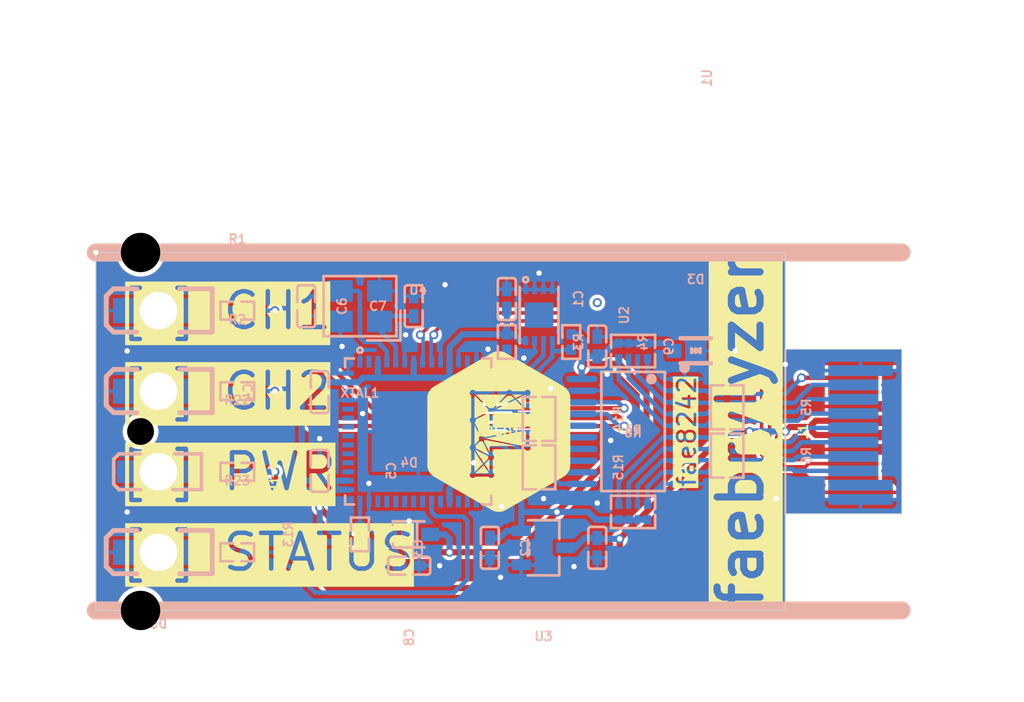
<source format=kicad_pcb>
(kicad_pcb (version 20240108) (generator "pcbnew") (generator_version "8.0")
  (layers (0 "F.Cu" signal) (1 "In1.Cu" signal) (2 "In2.Cu" signal) (31 "B.Cu" signal) (34 "B.Paste" user) (35 "F.Paste" user) (36 "B.SilkS" user "B.Silkscreen") (37 "F.SilkS" user "F.Silkscreen") (38 "B.Mask" user) (39 "F.Mask" user) (44 "Edge.Cuts" user))
  (net 0 "")
  (net 1 "gnd")
  (net 2 "3v3")
  (net 3 "scl")
  (net 4 "sda")
  (net 5 "vbus")
  (net 6 "buffer_out_5")
  (net 7 "buffer_out_6")
  (net 8 "buffer_out_7")
  (net 9 "buffer_in_3")
  (net 10 "buffer_in_4")
  (net 11 "buffer_out_4")
  (net 12 "buffer_in_0")
  (net 13 "buffer_out_3")
  (net 14 "buffer_in_5")
  (net 15 "buffer_out_2")
  (net 16 "buffer_in_7")
  (net 17 "buffer_out_0")
  (net 18 "buffer_in_2")
  (net 19 "buffer_in_6")
  (net 20 "buffer_in_1")
  (net 21 "buffer_out_1")
  (net 22 "mcu_logic_4")
  (net 23 "mcu_logic_0")
  (net 24 "mcu_logic_1")
  (net 25 "mcu_logic_2")
  (net 26 "mcu_logic_3")
  (net 27 "mcu_logic_5")
  (net 28 "mcu_logic_6")
  (net 29 "mcu_logic_7")
  (net 30 "ch_4")
  (net 31 "D2-2-R2-1")
  (net 32 "D5-2-R22-1")
  (net 33 "ch_3")
  (net 34 "ch_2")
  (net 35 "ch_1")
  (net 36 "ch_0")
  (net 37 "ch_5")
  (net 38 "ch_6")
  (net 39 "ch_7")
  (net 40 "U4-37")
  (net 41 "U4-29")
  (net 42 "U4-33")
  (net 43 "U4-1")
  (net 44 "U4-13")
  (net 45 "U4-54")
  (net 46 "U4-2")
  (net 47 "U4-35")
  (net 48 "U4-49")
  (net 49 "U4-36")
  (net 50 "U4-30")
  (net 51 "U4-38")
  (net 52 "U4-31")
  (net 53 "U4-47")
  (net 54 "U4-48")
  (net 55 "U4-50")
  (net 56 "U4-46")
  (net 57 "U4-39")
  (net 58 "U4-40")
  (net 59 "U4-52")
  (net 60 "U4-51")
  (net 61 "U4-45")
  (net 62 "usb_P")
  (net 63 "usb_N")
  (net 64 "J1-18")
  (net 65 "U2-9")
  (net 66 "C8-1-D4-2-R13-1-U4-42")
  (net 67 "D6-2-R23-1")
  (net 68 "R23-2-U4-34")
  (net 69 "C6-1-U4-5-XTAL1-1")
  (net 70 "D1-2-R1-1")
  (net 71 "C7-1-U4-4-XTAL1-3")
  (net 72 "J1-9")
  (footprint "custom:faebryk_logo" (layer "F.Cu") (at 22.5 10)
    (property "Reference" "LOGO1")
    (property "Value" "faebrykLogo" (hide yes))
  )
  (footprint "custom:MountingSlot" (layer "F.Cu") (at 0 10 90)
    (property "Reference" "H1")
    (property "Value" "MountingSlot")
  )
  (footprint "custom:SFP_Edge" (layer "F.Cu") (at 45 10 90)
    (property "Reference" "J1")
    (property "Value" "SFPEdgeConnector")
  )
  (footprint "lcsc:R0402" (layer "B.Cu") (at 7.9 12.25)
    (property "Reference" "R22")
    (property "Value" "1kΩ")
  )
  (footprint "lcsc:R0402" (layer "B.Cu") (at 7.9 3.25)
    (property "Reference" "R1")
    (property "Value" "200Ω")
  )
  (footprint "lcsc:SOD-323_L1.7-W1.3-LS2.5-BI" (layer "B.Cu") (at 33.5 5.5 180)
    (property "Reference" "D3")
    (property "Value" "TVS")
  )
  (footprint "lcsc:R0402" (layer "B.Cu") (at 26.55 5 90)
    (property "Reference" "R4")
    (property "Value" "3.3kΩ")
  )
  (footprint "lcsc:QFN-56_L8.0-W8.0-P0.50-BL-EP" (layer "B.Cu") (at 18 10)
    (property "Reference" "U4")
    (property "Value" "CBM9002A_56ILG")
  )
  (footprint "lcsc:C0402" (layer "B.Cu") (at 12.5 7.8 -90)
    (property "Reference" "C4")
    (property "Value" "2.2µF ±20% 6.3V X5R")
  )
  (footprint "lcsc:RES-ARRAY-SMD_0402-8P-L2.0-W1.0-BL" (layer "B.Cu") (at 35.25 8.65 90)
    (property "Reference" "R5")
    (property "Value" "ResistorArray")
  )
  (footprint "lcsc:C0402" (layer "B.Cu") (at 17.5 17.5)
    (property "Reference" "C8")
    (property "Value" "1µF 25V X5R")
  )
  (footprint "lcsc:R0402" (layer "B.Cu") (at 7.9 7.75)
    (property "Reference" "R2")
    (property "Value" "200Ω")
  )
  (footprint "lcsc:RES-ARRAY-SMD_0402-8P-L2.0-W1.0-BL" (layer "B.Cu") (at 24.75 12 90)
    (property "Reference" "R15")
    (property "Value" "ResistorArray")
  )
  (footprint "lcsc:C0402" (layer "B.Cu") (at 17.75 3 90)
    (property "Reference" "C6")
    (property "Value" "15pF 50V C0G")
  )
  (footprint "lcsc:C0402" (layer "B.Cu") (at 22 16.5 -90)
    (property "Reference" "C3")
    (property "Value" "2.2µF ±20% 6.3V X5R")
  )
  (footprint "lcsc:SOD-323_L1.8-W1.3-LS2.5-RD" (layer "B.Cu") (at 17.5 15.75 180)
    (property "Reference" "D4")
    (property "Value" "Diode")
  )
  (footprint "lcsc:SOT-23-3_L2.9-W1.6-P1.90-LS2.8-BR" (layer "B.Cu") (at 25 16.5 180)
    (property "Reference" "U3")
    (property "Value" "LDO 3.3V 250mA   Vin max 4.75V - 5.25V Iq ")
  )
  (footprint "lcsc:LED-SMD_L3.2-W1.3-RD_GREEN-MHT151UGCT" (layer "B.Cu") (at 3.5 3.25)
    (property "Reference" "D1")
    (property "Value" "3.05V")
  )
  (footprint "lcsc:LED-SMD_L3.2-W1.3-RD_GREEN-MHT151UGCT" (layer "B.Cu") (at 3.5 16.75)
    (property "Reference" "D6")
    (property "Value" "3.05V")
  )
  (footprint "lcsc:C0402" (layer "B.Cu") (at 11.75 3 -90)
    (property "Reference" "C7")
    (property "Value" "15pF 50V C0G")
  )
  (footprint "lcsc:R0402" (layer "B.Cu") (at 14.75 15.75 -90)
    (property "Reference" "R13")
    (property "Value" "3.3kΩ")
  )
  (footprint "lcsc:UDFN-8_L3.0-W2.0-P0.50-TL" (layer "B.Cu") (at 24.75 3.5 -90)
    (property "Reference" "U2")
    (property "Value" "EEPROM")
  )
  (footprint "lcsc:RES-ARRAY-SMD_0402-8P-L2.0-W1.0-BL" (layer "B.Cu") (at 35.25 11.35 90)
    (property "Reference" "R6")
    (property "Value" "ResistorArray")
  )
  (footprint "lcsc:R0402" (layer "B.Cu") (at 22.95 5 90)
    (property "Reference" "R3")
    (property "Value" "3.3kΩ")
  )
  (footprint "lcsc:C0402" (layer "B.Cu") (at 28 5.25 90)
    (property "Reference" "C9")
    (property "Value" "2.2µF ±20% 6.3V X5R")
  )
  (footprint "lcsc:RES-ARRAY-SMD_8P-L2.0-W1.0-BL_CN24XXXX" (layer "B.Cu") (at 30 5.5)
    (property "Reference" "R7")
    (property "Value" "ResistorArray")
  )
  (footprint "lcsc:RES-ARRAY-SMD_8P-L2.0-W1.0-BL_CN24XXXX" (layer "B.Cu") (at 30 14.5 180)
    (property "Reference" "R8")
    (property "Value" "ResistorArray")
  )
  (footprint "lcsc:LED-SMD_L3.2-W1.3-RD_GREEN-MHT151UGCT" (layer "B.Cu") (at 3.5 7.75)
    (property "Reference" "D2")
    (property "Value" "3.05V")
  )
  (footprint "lcsc:LED-SMD_L3.2-W1.3-RD_MHT151WDT" (layer "B.Cu") (at 3.5 12.25)
    (property "Reference" "D5")
    (property "Value" "3.15V")
  )
  (footprint "lcsc:CRYSTAL-SMD_4P-L3.2-W2.5-BL" (layer "B.Cu") (at 14.75 3 180)
    (property "Reference" "XTAL1")
    (property "Value" "Crystal")
  )
  (footprint "lcsc:C0402" (layer "B.Cu") (at 12.5 12.2 90)
    (property "Reference" "C5")
    (property "Value" "2.2µF ±20% 6.3V X5R")
  )
  (footprint "lcsc:TSSOP-20_L6.5-W4.4-P0.65-LS6.4-BL" (layer "B.Cu") (at 30 10 -90)
    (property "Reference" "U1")
    (property "Value" "SNx4LVC541A")
  )
  (footprint "lcsc:R0402" (layer "B.Cu") (at 7.9 16.75)
    (property "Reference" "R23")
    (property "Value" "200Ω")
  )
  (footprint "lcsc:RES-ARRAY-SMD_0402-8P-L2.0-W1.0-BL" (layer "B.Cu") (at 24.75 9.3 90)
    (property "Reference" "R14")
    (property "Value" "ResistorArray")
  )
  (footprint "lcsc:C0402" (layer "B.Cu") (at 28 16.5 -90)
    (property "Reference" "C2")
    (property "Value" "2.2µF ±20% 6.3V X5R")
  )
  (footprint "lcsc:C0402" (layer "B.Cu") (at 22.95 2.6 90)
    (property "Reference" "C1")
    (property "Value" "2.2µF ±20% 6.3V X5R")
  )
  (gr_line (start 0 20) (end 45 20) (stroke (width 1)) (layer "B.SilkS"))
  (gr_line (start 0 0) (end 45 0) (stroke (width 1)) (layer "B.SilkS"))
  (gr_line (start 0 20) (end 45 20) (stroke (width 1)) (layer "F.SilkS"))
  (gr_line (start 0 0) (end 45 0) (stroke (width 1)) (layer "F.SilkS"))
  (gr_line (start 38.5 0) (end 38.5 5.4) (stroke (width 0.05)) (layer "Edge.Cuts"))
  (gr_line (start 0 0) (end 38.5 0) (stroke (width 0.05)) (layer "Edge.Cuts"))
  (gr_line (start 38.5 14.6) (end 38.5 20) (stroke (width 0.05)) (layer "Edge.Cuts"))
  (gr_line (start 38.5 20) (end 0 20) (stroke (width 0.05)) (layer "Edge.Cuts"))
  (gr_line (start 45 5.4) (end 45 14.6) (stroke (width 0.05)) (layer "Edge.Cuts"))
  (gr_line (start 38.5 5.4) (end 45 5.4) (stroke (width 0.05)) (layer "Edge.Cuts"))
  (gr_line (start 0 20) (end 0 0) (stroke (width 0.05)) (layer "Edge.Cuts"))
  (gr_line (start 45 14.6) (end 38.5 14.6) (stroke (width 0.05)) (layer "Edge.Cuts"))
  (gr_text "[ ] CH2" (at 1.25 7.75 0) (layer "F.SilkS" knockout) (effects (font (size 2 2) (thickness 0.25)) (justify left)))
  (gr_text "fae8242" (at 33 10 90) (layer "F.SilkS" knockout) (effects (font (size 1 1))))
  (gr_text "[ ] STATUS" (at 1.25 16.75 0) (layer "F.SilkS" knockout) (effects (font (size 2 2) (thickness 0.25)) (justify left)))
  (gr_text "faebrylyzer" (at 36 10 90) (layer "F.SilkS" knockout) (effects (font (size 2.4 2.4) (thickness 0.4))))
  (gr_text "[ ] PWR" (at 1.25 12.25 0) (layer "F.SilkS" knockout) (effects (font (size 2 2) (thickness 0.25)) (justify left)))
  (gr_text "[ ] CH1" (at 1.25 3.25 0) (layer "F.SilkS" knockout) (effects (font (size 2 2) (thickness 0.25)) (justify left)))
  (via (at 28 2.8) (size 0.5) (drill 0.3) (layers "F.Cu" "B.Cu") (net 0))
  (via (at 14.9 9) (size 0.5) (drill 0.3) (layers "F.Cu" "B.Cu") (net 1))
  (via (at 22.65 14.2) (size 0.5) (drill 0.3) (layers "F.Cu" "B.Cu") (net 1))
  (via (at 15.25 12.9) (size 0.5) (drill 0.3) (layers "F.Cu" "B.Cu") (net 1))
  (via (at 13.75 5.25) (size 0.5) (drill 0.3) (layers "F.Cu" "B.Cu") (net 1))
  (via (at 23.9 5.9) (size 0.5) (drill 0.3) (layers "F.Cu" "B.Cu") (net 1))
  (via (at 1.75 14.5) (size 0.5) (drill 0.3) (layers "F.Cu" "B.Cu") (net 1))
  (via (at 28 14) (size 0.5) (drill 0.3) (layers "F.Cu" "B.Cu") (net 1))
  (via (at 19.2 17.5) (size 0.5) (drill 0.3) (layers "F.Cu" "B.Cu") (net 1))
  (via (at 35.7 5.5) (size 0.5) (drill 0.3) (layers "F.Cu" "B.Cu") (net 1))
  (via (at 24.75 1.15) (size 0.5) (drill 0.3) (layers "F.Cu" "B.Cu") (net 1))
  (via (at 28.75 10.5) (size 0.5) (drill 0.3) (layers "F.Cu" "B.Cu") (net 1))
  (via (at 38 13.75) (size 0.5) (drill 0.3) (layers "F.Cu" "B.Cu") (net 1))
  (via (at 25.4 7.6) (size 0.5) (drill 0.3) (layers "F.Cu" "B.Cu") (net 1))
  (via (at 28.55 6.8) (size 0.5) (drill 0.3) (layers "F.Cu" "B.Cu") (net 1))
  (via (at 25 13.75) (size 0.5) (drill 0.3) (layers "F.Cu" "B.Cu") (net 1))
  (via (at 0 0) (size 0.3) (drill 0) (layers "F.Cu" "B.Cu") (net 1))
  (via (at 19.5 1.8) (size 0.5) (drill 0.3) (layers "F.Cu" "B.Cu") (net 1))
  (via (at 21.1 11.75) (size 0.5) (drill 0.3) (layers "F.Cu" "B.Cu") (net 1))
  (via (at 38.5 6.25) (size 0.5) (drill 0.3) (layers "F.Cu" "B.Cu") (net 1))
  (via (at 17.3 4.6) (size 0.5) (drill 0.3) (layers "F.Cu" "B.Cu") (net 1))
  (via (at 21.9 5.4) (size 0.5) (drill 0.3) (layers "F.Cu" "B.Cu") (net 1))
  (via (at 22.6 18.15) (size 0.5) (drill 0.3) (layers "F.Cu" "B.Cu") (net 1))
  (via (at 17.5 15) (size 0.5) (drill 0.3) (layers "F.Cu" "B.Cu") (net 1))
  (via (at 12.5 10.4) (size 0.5) (drill 0.3) (layers "F.Cu" "B.Cu") (net 1))
  (via (at 26.7 17.55) (size 0.5) (drill 0.3) (layers "F.Cu" "B.Cu") (net 1))
  (via (at 1.75 5.5) (size 0.5) (drill 0.3) (layers "F.Cu" "B.Cu") (net 1))
  (segment (start 23.5 16.75) (end 25.75 14.5) (width 0.35) (layer "F.Cu") (net 2))
  (segment (start 29.225 6.225) (end 27.305 6.225) (width 0.35) (layer "F.Cu") (net 2))
  (segment (start 19.75 16.75) (end 23.5 16.75) (width 0.35) (layer "F.Cu") (net 2))
  (segment (start 19.75 16.75) (end 15 16.75) (width 0.35) (layer "F.Cu") (net 2))
  (segment (start 25.75 14.5) (end 28.75 11.5) (width 0.35) (layer "F.Cu") (net 2))
  (segment (start 15 16.75) (end 12.5 14.25) (width 0.35) (layer "F.Cu") (net 2))
  (segment (start 30.75 10) (end 30.75 7.75) (width 0.35) (layer "F.Cu") (net 2))
  (segment (start 27.305 6.225) (end 27.13 6.4) (width 0.35) (layer "F.Cu") (net 2))
  (segment (start 29.25 11.5) (end 30.75 10) (width 0.35) (layer "F.Cu") (net 2))
  (segment (start 28.75 11.5) (end 29.25 11.5) (width 0.35) (layer "F.Cu") (net 2))
  (segment (start 30.75 7.75) (end 29.225 6.225) (width 0.35) (layer "F.Cu") (net 2))
  (via (at 25.75 14.5) (size 0.5) (drill 0.3) (layers "F.Cu" "B.Cu") (net 2))
  (via (at 19.75 16.75) (size 0.5) (drill 0.3) (layers "F.Cu" "B.Cu") (net 2))
  (via (at 27.13 6.4) (size 0.5) (drill 0.3) (layers "F.Cu" "B.Cu") (net 2))
  (via (at 12.5 14.25) (size 0.5) (drill 0.3) (layers "F.Cu" "B.Cu") (net 2))
  (segment (start 19.75 16) (end 19.75 16.75) (width 0.35) (layer "B.Cu") (net 2))
  (segment (start 22.53 12.75) (end 23.76 13.98) (width 0.35) (layer "B.Cu") (net 2))
  (segment (start 27.13 7.07) (end 27.13 6.4) (width 0.35) (layer "B.Cu") (net 2))
  (segment (start 22.55 15.95) (end 22.95 15.55) (width 0.35) (layer "B.Cu") (net 2))
  (segment (start 13.4 12.75) (end 14.09 12.75) (width 0.35) (layer "B.Cu") (net 2))
  (segment (start 27.3 5.72) (end 27.38 5.8) (width 0.35) (layer "B.Cu") (net 2))
  (segment (start 11.75 12.75) (end 12.5 12.75) (width 0.35) (layer "B.Cu") (net 2))
  (segment (start 27.5 14.5) (end 25.75 14.5) (width 0.35) (layer "B.Cu") (net 2))
  (segment (start 28 5.8) (end 28.225 5.8) (width 0.35) (layer "B.Cu") (net 2))
  (segment (start 22.95 3.15) (end 22.95 4.57) (width 0.35) (layer "B.Cu") (net 2))
  (segment (start 12.5 12.75) (end 13.4 12.75) (width 0.35) (layer "B.Cu") (net 2))
  (segment (start 21.91 12.75) (end 22.53 12.75) (width 0.35) (layer "B.Cu") (net 2))
  (segment (start 14.09 7.25) (end 14.65 7.25) (width 0.35) (layer "B.Cu") (net 2))
  (segment (start 19.75 13.91) (end 19.75 13.2) (width 0.35) (layer "B.Cu") (net 2))
  (segment (start 22 15.95) (end 22.55 15.95) (width 0.35) (layer "B.Cu") (net 2))
  (segment (start 27.93 14.93) (end 27.5 14.5) (width 0.35) (layer "B.Cu") (net 2))
  (segment (start 14.75 16.18) (end 12.93 16.18) (width 0.35) (layer "B.Cu") (net 2))
  (segment (start 23.68 4.93) (end 24 4.93) (width 0.35) (layer "B.Cu") (net 2))
  (segment (start 27.38 5.8) (end 28 5.8) (width 0.35) (layer "B.Cu") (net 2))
  (segment (start 19.75 7) (end 21.05 7) (width 0.35) (layer "B.Cu") (net 2))
  (segment (start 27.13 6.05) (end 27.38 5.8) (width 0.35) (layer "B.Cu") (net 2))
  (segment (start 27.13 6.4) (end 27.13 6.05) (width 0.35) (layer "B.Cu") (net 2))
  (segment (start 13.35 13.25) (end 13.35 12.8) (width 0.35) (layer "B.Cu") (net 2))
  (segment (start 23.32 4.57) (end 23.68 4.93) (width 0.35) (layer "B.Cu") (net 2))
  (segment (start 11.5 7.5) (end 11.5 12.5) (width 0.35) (layer "B.Cu") (net 2))
  (segment (start 23.76 14.65) (end 23.76 15.55) (width 0.35) (layer "B.Cu") (net 2))
  (segment (start 26.895 4.57) (end 27.3 4.975) (width 0.35) (layer "B.Cu") (net 2))
  (segment (start 15.75 7) (end 14.9 7) (width 0.35) (layer "B.Cu") (net 2))
  (segment (start 19.75 6.09) (end 19.75 5.3) (width 0.35) (layer "B.Cu") (net 2))
  (segment (start 26.55 4.57) (end 26.895 4.57) (width 0.35) (layer "B.Cu") (net 2))
  (segment (start 17.75 7) (end 15.75 7) (width 0.35) (layer "B.Cu") (net 2))
  (segment (start 31.87 5.07) (end 29.2 5.07) (width 0.35) (layer "B.Cu") (net 2))
  (segment (start 19.75 13.2) (end 20.2 12.75) (width 0.35) (layer "B.Cu") (net 2))
  (segment (start 22.95 4.57) (end 23.32 4.57) (width 0.35) (layer "B.Cu") (net 2))
  (segment (start 13.35 12.8) (end 13.4 12.75) (width 0.35) (layer "B.Cu") (net 2))
  (segment (start 23.76 14.5) (end 23.76 14.65) (width 0.35) (layer "B.Cu") (net 2))
  (segment (start 28.955 5.07) (end 29.2 5.07) (width 0.35) (layer "B.Cu") (net 2))
  (segment (start 19.5 15.75) (end 19.75 16) (width 0.35) (layer "B.Cu") (net 2))
  (segment (start 14.65 7.25) (end 14.9 7) (width 0.35) (layer "B.Cu") (net 2))
  (segment (start 12.5 7.25) (end 11.75 7.25) (width 0.35) (layer "B.Cu") (net 2))
  (segment (start 12.5 7.25) (end 14.09 7.25) (width 0.35) (layer "B.Cu") (net 2))
  (segment (start 12.93 16.18) (end 12.5 15.75) (width 0.35) (layer "B.Cu") (net 2))
  (segment (start 12.5 15.75) (end 12.5 14.25) (width 0.35) (layer "B.Cu") (net 2))
  (segment (start 19.75 7) (end 19.75 6.09) (width 0.35) (layer "B.Cu") (net 2))
  (segment (start 18.67 15.75) (end 19.5 15.75) (width 0.35) (layer "B.Cu") (net 2))
  (segment (start 21.05 7.75) (end 21.91 7.75) (width 0.35) (layer "B.Cu") (net 2))
  (segment (start 29.2 14.93) (end 27.93 14.93) (width 0.35) (layer "B.Cu") (net 2))
  (segment (start 20.48 4.57) (end 22.95 4.57) (width 0.35) (layer "B.Cu") (net 2))
  (segment (start 27.3 4.975) (end 27.3 5.72) (width 0.35) (layer "B.Cu") (net 2))
  (segment (start 12.5 14.25) (end 12.5 12.75) (width 0.35) (layer "B.Cu") (net 2))
  (segment (start 19.75 5.3) (end 20.48 4.57) (width 0.35) (layer "B.Cu") (net 2))
  (segment (start 11.75 7.25) (end 11.5 7.5) (width 0.35) (layer "B.Cu") (net 2))
  (segment (start 14.09 13.25) (end 13.35 13.25) (width 0.35) (layer "B.Cu") (net 2))
  (segment (start 28.225 5.8) (end 28.955 5.07) (width 0.35) (layer "B.Cu") (net 2))
  (segment (start 20.2 12.75) (end 21.91 12.75) (width 0.35) (layer "B.Cu") (net 2))
  (segment (start 29.2 14.93) (end 30.8 14.93) (width 0.35) (layer "B.Cu") (net 2))
  (segment (start 22.95 15.55) (end 23.76 15.55) (width 0.35) (layer "B.Cu") (net 2))
  (segment (start 25.75 14.5) (end 23.76 14.5) (width 0.35) (layer "B.Cu") (net 2))
  (segment (start 17.75 6.09) (end 17.75 7) (width 0.35) (layer "B.Cu") (net 2))
  (segment (start 23.76 13.98) (end 23.76 14.5) (width 0.35) (layer "B.Cu") (net 2))
  (segment (start 32.3 5.5) (end 31.87 5.07) (width 0.35) (layer "B.Cu") (net 2))
  (segment (start 11.5 12.5) (end 11.75 12.75) (width 0.35) (layer "B.Cu") (net 2))
  (segment (start 15.75 6.09) (end 15.75 7) (width 0.35) (layer "B.Cu") (net 2))
  (segment (start 17.75 7) (end 19.75 7) (width 0.35) (layer "B.Cu") (net 2))
  (segment (start 21.05 7) (end 21.05 7.75) (width 0.35) (layer "B.Cu") (net 2))
  (segment (start 24 6.75) (end 25 5.75) (width 0.25) (layer "B.Cu") (net 3))
  (segment (start 23 6.75) (end 24 6.75) (width 0.25) (layer "B.Cu") (net 3))
  (segment (start 21.91 6.75) (end 23 6.75) (width 0.25) (layer "B.Cu") (net 3))
  (segment (start 22.95 5.43) (end 22.95 6.7) (width 0.25) (layer "B.Cu") (net 3))
  (segment (start 25 5.75) (end 25 4.93) (width 0.25) (layer "B.Cu") (net 3))
  (segment (start 22.95 6.7) (end 23 6.75) (width 0.25) (layer "B.Cu") (net 3))
  (segment (start 26.55 5.43) (end 26.07 5.43) (width 0.25) (layer "B.Cu") (net 4))
  (segment (start 26.07 5.43) (end 26 5.5) (width 0.25) (layer "B.Cu") (net 4))
  (segment (start 25.5 5.815686) (end 24.065686 7.25) (width 0.25) (layer "B.Cu") (net 4))
  (segment (start 25.5 4.93) (end 25.5 5.43) (width 0.25) (layer "B.Cu") (net 4))
  (segment (start 25.5 5.43) (end 25.5 5.5) (width 0.25) (layer "B.Cu") (net 4))
  (segment (start 26 5.5) (end 25.5 5.5) (width 0.25) (layer "B.Cu") (net 4))
  (segment (start 25.5 5.5) (end 25.5 5.815686) (width 0.25) (layer "B.Cu") (net 4))
  (segment (start 24.065686 7.25) (end 21.91 7.25) (width 0.25) (layer "B.Cu") (net 4))
  (segment (start 29.25 17.5) (end 29.25 16) (width 0.35) (layer "F.Cu") (net 5))
  (segment (start 12.5 18.25) (end 13 18.75) (width 0.35) (layer "F.Cu") (net 5))
  (segment (start 24.75 18.75) (end 28 18.75) (width 0.35) (layer "F.Cu") (net 5))
  (segment (start 40.2 10.2) (end 40 10) (width 0.35) (layer "F.Cu") (net 5))
  (segment (start 40 9.6) (end 40.2 9.4) (width 0.35) (layer "F.Cu") (net 5))
  (segment (start 28 18.75) (end 28.25 18.5) (width 0.35) (layer "F.Cu") (net 5))
  (segment (start 10 15.75) (end 12.5 18.25) (width 0.35) (layer "F.Cu") (net 5))
  (segment (start 28.25 18.5) (end 29.25 17.5) (width 0.35) (layer "F.Cu") (net 5))
  (segment (start 40.2 9.4) (end 40.9 9.4) (width 0.35) (layer "F.Cu") (net 5))
  (segment (start 10 12.25) (end 10 15.75) (width 0.35) (layer "F.Cu") (net 5))
  (segment (start 13 18.75) (end 24.75 18.75) (width 0.35) (layer "F.Cu") (net 5))
  (segment (start 40 9.75) (end 40 9.6) (width 0.35) (layer "F.Cu") (net 5))
  (segment (start 38.75 9.75) (end 40 9.75) (width 0.35) (layer "F.Cu") (net 5))
  (segment (start 36.5 10) (end 35.25 10) (width 0.35) (layer "F.Cu") (net 5))
  (segment (start 40 10) (end 40 9.75) (width 0.35) (layer "F.Cu") (net 5))
  (segment (start 38.5 10) (end 38.75 9.75) (width 0.35) (layer "F.Cu") (net 5))
  (segment (start 40.9 10.2) (end 40.2 10.2) (width 0.35) (layer "F.Cu") (net 5))
  (segment (start 35.25 10) (end 29.25 16) (width 0.35) (layer "F.Cu") (net 5))
  (via (at 38.5 10) (size 0.5) (drill 0.3) (layers "F.Cu" "B.Cu") (net 5))
  (via (at 10 12.25) (size 0.5) (drill 0.3) (layers "F.Cu" "B.Cu") (net 5))
  (via (at 36.5 10) (size 0.5) (drill 0.3) (layers "F.Cu" "B.Cu") (net 5))
  (via (at 29.25 16) (size 0.5) (drill 0.3) (layers "F.Cu" "B.Cu") (net 5))
  (segment (start 27.3 15.95) (end 28 15.95) (width 0.35) (layer "B.Cu") (net 5))
  (segment (start 38.5 10) (end 36.5 10) (width 0.35) (layer "B.Cu") (net 5))
  (segment (start 8.33 12.25) (end 10 12.25) (width 0.35) (layer "B.Cu") (net 5))
  (segment (start 28.05 16) (end 28 15.95) (width 0.35) (layer "B.Cu") (net 5))
  (segment (start 29.25 16) (end 28.05 16) (width 0.35) (layer "B.Cu") (net 5))
  (segment (start 26.75 16.5) (end 27.3 15.95) (width 0.35) (layer "B.Cu") (net 5))
  (segment (start 26.24 16.5) (end 26.75 16.5) (width 0.35) (layer "B.Cu") (net 5))
  (segment (start 25.18 11.75) (end 25.75 11.75) (width 0.25) (layer "B.Cu") (net 6))
  (segment (start 25.87 11.63) (end 27.13 11.63) (width 0.25) (layer "B.Cu") (net 6))
  (segment (start 25.75 11.75) (end 25.87 11.63) (width 0.25) (layer "B.Cu") (net 6))
  (segment (start 27.1 12.25) (end 25.18 12.25) (width 0.25) (layer "B.Cu") (net 7))
  (segment (start 27.13 12.28) (end 27.1 12.25) (width 0.25) (layer "B.Cu") (net 7))
  (segment (start 25.75 12.75) (end 25.93 12.93) (width 0.25) (layer "B.Cu") (net 8))
  (segment (start 25.93 12.93) (end 27.13 12.93) (width 0.25) (layer "B.Cu") (net 8))
  (segment (start 25.18 12.75) (end 25.75 12.75) (width 0.25) (layer "B.Cu") (net 8))
  (segment (start 31.770812 9.68) (end 29.2 7.109188) (width 0.25) (layer "B.Cu") (net 9))
  (segment (start 34.056396 9.68) (end 32.87 9.68) (width 0.25) (layer "B.Cu") (net 9))
  (segment (start 29.2 7.109188) (end 29.2 5.93) (width 0.25) (layer "B.Cu") (net 9))
  (segment (start 34.82 9.4) (end 34.336396 9.4) (width 0.25) (layer "B.Cu") (net 9))
  (segment (start 32.87 9.68) (end 31.770812 9.68) (width 0.25) (layer "B.Cu") (net 9))
  (segment (start 34.336396 9.4) (end 34.056396 9.68) (width 0.25) (layer "B.Cu") (net 9))
  (segment (start 31.660812 10.33) (end 32.87 10.33) (width 0.25) (layer "B.Cu") (net 10))
  (segment (start 29.2 12.790812) (end 31.660812 10.33) (width 0.25) (layer "B.Cu") (net 10))
  (segment (start 29.2 14.07) (end 29.2 12.790812) (width 0.25) (layer "B.Cu") (net 10))
  (segment (start 34.166396 10.33) (end 32.87 10.33) (width 0.25) (layer "B.Cu") (net 10))
  (segment (start 34.82 10.6) (end 34.436396 10.6) (width 0.25) (layer "B.Cu") (net 10))
  (segment (start 34.436396 10.6) (end 34.166396 10.33) (width 0.25) (layer "B.Cu") (net 10))
  (segment (start 25.613604 11.25) (end 25.883604 10.98) (width 0.25) (layer "B.Cu") (net 11))
  (segment (start 25.18 11.25) (end 25.613604 11.25) (width 0.25) (layer "B.Cu") (net 11))
  (segment (start 25.883604 10.98) (end 27.13 10.98) (width 0.25) (layer "B.Cu") (net 11))
  (segment (start 31.72 7.72) (end 30.8 6.8) (width 0.25) (layer "B.Cu") (net 12))
  (segment (start 32.87 7.72) (end 31.72 7.72) (width 0.25) (layer "B.Cu") (net 12))
  (segment (start 34.3 7.9) (end 34.12 7.72) (width 0.25) (layer "B.Cu") (net 12))
  (segment (start 34.82 7.9) (end 34.3 7.9) (width 0.25) (layer "B.Cu") (net 12))
  (segment (start 30.8 6.8) (end 30.8 5.93) (width 0.25) (layer "B.Cu") (net 12))
  (segment (start 34.12 7.72) (end 32.87 7.72) (width 0.25) (layer "B.Cu") (net 12))
  (segment (start 25.18 10.05) (end 25.713604 10.05) (width 0.25) (layer "B.Cu") (net 13))
  (segment (start 25.713604 10.05) (end 25.993604 10.33) (width 0.25) (layer "B.Cu") (net 13))
  (segment (start 25.993604 10.33) (end 27.13 10.33) (width 0.25) (layer "B.Cu") (net 13))
  (segment (start 32.87 10.98) (end 31.647208 10.98) (width 0.25) (layer "B.Cu") (net 14))
  (segment (start 31.647208 10.98) (end 29.75 12.877208) (width 0.25) (layer "B.Cu") (net 14))
  (segment (start 34.3 11.1) (end 34.18 10.98) (width 0.25) (layer "B.Cu") (net 14))
  (segment (start 34.82 11.1) (end 34.3 11.1) (width 0.25) (layer "B.Cu") (net 14))
  (segment (start 34.18 10.98) (end 32.87 10.98) (width 0.25) (layer "B.Cu") (net 14))
  (segment (start 29.75 12.877208) (end 29.75 14.07) (width 0.25) (layer "B.Cu") (net 14))
  (segment (start 25.18 9.55) (end 25.85 9.55) (width 0.25) (layer "B.Cu") (net 15))
  (segment (start 25.98 9.68) (end 27.13 9.68) (width 0.25) (layer "B.Cu") (net 15))
  (segment (start 25.85 9.55) (end 25.98 9.68) (width 0.25) (layer "B.Cu") (net 15))
  (segment (start 30.8 13.1) (end 30.8 14.07) (width 0.25) (layer "B.Cu") (net 16))
  (segment (start 31.62 12.28) (end 30.8 13.1) (width 0.25) (layer "B.Cu") (net 16))
  (segment (start 34.3 12.1) (end 34.12 12.28) (width 0.25) (layer "B.Cu") (net 16))
  (segment (start 34.82 12.1) (end 34.3 12.1) (width 0.25) (layer "B.Cu") (net 16))
  (segment (start 34.12 12.28) (end 32.87 12.28) (width 0.25) (layer "B.Cu") (net 16))
  (segment (start 32.87 12.28) (end 31.62 12.28) (width 0.25) (layer "B.Cu") (net 16))
  (segment (start 15.45 8.7) (end 10 3.25) (width 0.25) (layer "F.Cu") (net 17))
  (segment (start 29.5 8.7) (end 15.45 8.7) (width 0.25) (layer "F.Cu") (net 17))
  (via (at 10 3.25) (size 0.5) (drill 0.3) (layers "F.Cu" "B.Cu") (net 17))
  (via (at 29.5 8.7) (size 0.5) (drill 0.3) (layers "F.Cu" "B.Cu") (net 17))
  (segment (start 25.95 8.55) (end 25.18 8.55) (width 0.25) (layer "B.Cu") (net 17))
  (segment (start 26.13 8.37) (end 25.95 8.55) (width 0.25) (layer "B.Cu") (net 17))
  (segment (start 27.13 8.37) (end 26.13 8.37) (width 0.25) (layer "B.Cu") (net 17))
  (segment (start 27.13 8.37) (end 29.17 8.37) (width 0.25) (layer "B.Cu") (net 17))
  (segment (start 29.17 8.37) (end 29.5 8.7) (width 0.25) (layer "B.Cu") (net 17))
  (segment (start 8.33 3.25) (end 10 3.25) (width 0.25) (layer "B.Cu") (net 17))
  (segment (start 34.08 9.02) (end 32.87 9.02) (width 0.25) (layer "B.Cu") (net 18))
  (segment (start 34.82 8.9) (end 34.2 8.9) (width 0.25) (layer "B.Cu") (net 18))
  (segment (start 29.75 7.022792) (end 29.75 5.93) (width 0.25) (layer "B.Cu") (net 18))
  (segment (start 32.87 9.02) (end 31.747208 9.02) (width 0.25) (layer "B.Cu") (net 18))
  (segment (start 34.2 8.9) (end 34.08 9.02) (width 0.25) (layer "B.Cu") (net 18))
  (segment (start 31.747208 9.02) (end 29.75 7.022792) (width 0.25) (layer "B.Cu") (net 18))
  (segment (start 31.633604 11.63) (end 32.87 11.63) (width 0.25) (layer "B.Cu") (net 19))
  (segment (start 34.82 11.6) (end 32.9 11.6) (width 0.25) (layer "B.Cu") (net 19))
  (segment (start 32.9 11.6) (end 32.87 11.63) (width 0.25) (layer "B.Cu") (net 19))
  (segment (start 30.25 13.013604) (end 31.633604 11.63) (width 0.25) (layer "B.Cu") (net 19))
  (segment (start 30.25 14.07) (end 30.25 13.013604) (width 0.25) (layer "B.Cu") (net 19))
  (segment (start 31.733604 8.37) (end 32.87 8.37) (width 0.25) (layer "B.Cu") (net 20))
  (segment (start 32.9 8.4) (end 32.87 8.37) (width 0.25) (layer "B.Cu") (net 20))
  (segment (start 34.82 8.4) (end 32.9 8.4) (width 0.25) (layer "B.Cu") (net 20))
  (segment (start 30.25 6.886396) (end 31.733604 8.37) (width 0.25) (layer "B.Cu") (net 20))
  (segment (start 30.25 5.93) (end 30.25 6.886396) (width 0.25) (layer "B.Cu") (net 20))
  (segment (start 29.5 9.7) (end 11.95 9.7) (width 0.25) (layer "F.Cu") (net 21))
  (segment (start 11.95 9.7) (end 10 7.75) (width 0.25) (layer "F.Cu") (net 21))
  (via (at 29.5 9.7) (size 0.5) (drill 0.3) (layers "F.Cu" "B.Cu") (net 21))
  (via (at 10 7.75) (size 0.5) (drill 0.3) (layers "F.Cu" "B.Cu") (net 21))
  (segment (start 29.2 9.7) (end 29.5 9.7) (width 0.25) (layer "B.Cu") (net 21))
  (segment (start 8.33 7.75) (end 10 7.75) (width 0.25) (layer "B.Cu") (net 21))
  (segment (start 28.52 9.02) (end 28.8 9.3) (width 0.25) (layer "B.Cu") (net 21))
  (segment (start 27.13 9.02) (end 28.52 9.02) (width 0.25) (layer "B.Cu") (net 21))
  (segment (start 28.8 9.3) (end 29.2 9.7) (width 0.25) (layer "B.Cu") (net 21))
  (segment (start 27.1 9.05) (end 27.13 9.02) (width 0.25) (layer "B.Cu") (net 21))
  (segment (start 25.18 9.05) (end 27.1 9.05) (width 0.25) (layer "B.Cu") (net 21))
  (segment (start 24.32 11.25) (end 23.859188 11.25) (width 0.25) (layer "B.Cu") (net 22))
  (segment (start 22.859188 10.25) (end 21.91 10.25) (width 0.25) (layer "B.Cu") (net 22))
  (segment (start 23.859188 11.25) (end 22.859188 10.25) (width 0.25) (layer "B.Cu") (net 22))
  (segment (start 23.404772 8.25) (end 21.91 8.25) (width 0.25) (layer "B.Cu") (net 23))
  (segment (start 23.704772 8.55) (end 23.404772 8.25) (width 0.25) (layer "B.Cu") (net 23))
  (segment (start 24.32 8.55) (end 23.704772 8.55) (width 0.25) (layer "B.Cu") (net 23))
  (segment (start 23.268376 8.75) (end 21.91 8.75) (width 0.25) (layer "B.Cu") (net 24))
  (segment (start 23.568376 9.05) (end 23.268376 8.75) (width 0.25) (layer "B.Cu") (net 24))
  (segment (start 24.32 9.05) (end 23.568376 9.05) (width 0.25) (layer "B.Cu") (net 24))
  (segment (start 23.43198 9.55) (end 23.13198 9.25) (width 0.25) (layer "B.Cu") (net 25))
  (segment (start 23.13198 9.25) (end 21.91 9.25) (width 0.25) (layer "B.Cu") (net 25))
  (segment (start 24.32 9.55) (end 23.43198 9.55) (width 0.25) (layer "B.Cu") (net 25))
  (segment (start 24.32 10.05) (end 23.295584 10.05) (width 0.25) (layer "B.Cu") (net 26))
  (segment (start 23.295584 10.05) (end 22.995584 9.75) (width 0.25) (layer "B.Cu") (net 26))
  (segment (start 22.995584 9.75) (end 21.91 9.75) (width 0.25) (layer "B.Cu") (net 26))
  (segment (start 22.722792 10.75) (end 21.91 10.75) (width 0.25) (layer "B.Cu") (net 27))
  (segment (start 24.32 11.75) (end 23.722792 11.75) (width 0.25) (layer "B.Cu") (net 27))
  (segment (start 23.722792 11.75) (end 22.722792 10.75) (width 0.25) (layer "B.Cu") (net 27))
  (segment (start 24.32 12.25) (end 23.586396 12.25) (width 0.25) (layer "B.Cu") (net 28))
  (segment (start 23.586396 12.25) (end 22.586396 11.25) (width 0.25) (layer "B.Cu") (net 28))
  (segment (start 22.586396 11.25) (end 21.91 11.25) (width 0.25) (layer "B.Cu") (net 28))
  (segment (start 22.45 11.75) (end 21.91 11.75) (width 0.25) (layer "B.Cu") (net 29))
  (segment (start 24.32 12.75) (end 23.45 12.75) (width 0.25) (layer "B.Cu") (net 29))
  (segment (start 23.45 12.75) (end 22.45 11.75) (width 0.25) (layer "B.Cu") (net 29))
  (segment (start 39.6 9.8) (end 40.9 9.8) (width 0.25) (layer "B.Cu") (net 30))
  (segment (start 35.68 10.6) (end 38.8 10.6) (width 0.25) (layer "B.Cu") (net 30))
  (segment (start 38.8 10.6) (end 39.6 9.8) (width 0.25) (layer "B.Cu") (net 30))
  (segment (start 7.47 7.75) (end 5.29 7.75) (width 0.25) (layer "B.Cu") (net 31))
  (segment (start 7.47 12.25) (end 5.29 12.25) (width 0.25) (layer "B.Cu") (net 32))
  (segment (start 39.2 9.4) (end 35.68 9.4) (width 0.25) (layer "B.Cu") (net 33))
  (segment (start 39.6 9) (end 39.2 9.4) (width 0.25) (layer "B.Cu") (net 33))
  (segment (start 40.9 9) (end 39.6 9) (width 0.25) (layer "B.Cu") (net 33))
  (segment (start 39.8 8.2) (end 39.1 8.9) (width 0.25) (layer "B.Cu") (net 34))
  (segment (start 40.9 8.2) (end 39.8 8.2) (width 0.25) (layer "B.Cu") (net 34))
  (segment (start 39.1 8.9) (end 35.68 8.9) (width 0.25) (layer "B.Cu") (net 34))
  (segment (start 39 8.4) (end 35.68 8.4) (width 0.25) (layer "B.Cu") (net 35))
  (segment (start 40 7.4) (end 39 8.4) (width 0.25) (layer "B.Cu") (net 35))
  (segment (start 40.9 7.4) (end 40 7.4) (width 0.25) (layer "B.Cu") (net 35))
  (segment (start 39.4 7) (end 40.9 7) (width 0.25) (layer "F.Cu") (net 36))
  (via (at 39.4 7) (size 0.5) (drill 0.3) (layers "F.Cu" "B.Cu") (net 36))
  (segment (start 38.5 7.9) (end 39.4 7) (width 0.25) (layer "B.Cu") (net 36))
  (segment (start 35.68 7.9) (end 38.5 7.9) (width 0.25) (layer "B.Cu") (net 36))
  (segment (start 39.4 10.6) (end 38.9 11.1) (width 0.25) (layer "B.Cu") (net 37))
  (segment (start 38.9 11.1) (end 35.68 11.1) (width 0.25) (layer "B.Cu") (net 37))
  (segment (start 40.9 10.6) (end 39.4 10.6) (width 0.25) (layer "B.Cu") (net 37))
  (segment (start 40.9 11.4) (end 39.165686 11.4) (width 0.25) (layer "B.Cu") (net 38))
  (segment (start 39.165686 11.4) (end 38.965686 11.6) (width 0.25) (layer "B.Cu") (net 38))
  (segment (start 38.965686 11.6) (end 35.68 11.6) (width 0.25) (layer "B.Cu") (net 38))
  (segment (start 39 12.2) (end 40.9 12.2) (width 0.25) (layer "B.Cu") (net 39))
  (segment (start 38.9 12.1) (end 39 12.2) (width 0.25) (layer "B.Cu") (net 39))
  (segment (start 35.68 12.1) (end 38.9 12.1) (width 0.25) (layer "B.Cu") (net 39))
  (segment (start 39.625 11.975) (end 38.4932 11.975) (width 0.2) (layer "F.Cu") (net 62))
  (segment (start 37.625 4.9068) (end 36.0932 3.375) (width 0.2) (layer "F.Cu") (net 62))
  (segment (start 36.0932 3.375) (end 19.35 3.375) (width 0.2) (layer "F.Cu") (net 62))
  (segment (start 40.9 11.8) (end 39.8 11.8) (width 0.2) (layer "F.Cu") (net 62))
  (segment (start 38.4932 11.975) (end 37.625 11.1068) (width 0.2) (layer "F.Cu") (net 62))
  (segment (start 39.8 11.8) (end 39.625 11.975) (width 0.2) (layer "F.Cu") (net 62))
  (segment (start 37.625 11.1068) (end 37.625 4.9068) (width 0.2) (layer "F.Cu") (net 62))
  (segment (start 19.35 3.375) (end 18.125 4.6) (width 0.2) (layer "F.Cu") (net 62))
  (via (at 18.125 4.6) (size 0.5) (drill 0.3) (layers "F.Cu" "B.Cu") (net 62))
  (segment (start 18.274999 6.065001) (end 18.274999 4.749999) (width 0.2) (layer "B.Cu") (net 62))
  (segment (start 18.25 6.09) (end 18.274999 6.065001) (width 0.2) (layer "B.Cu") (net 62))
  (segment (start 18.274999 4.749999) (end 18.125 4.6) (width 0.2) (layer "B.Cu") (net 62))
  (segment (start 39.8 12.6) (end 39.625 12.425) (width 0.2) (layer "F.Cu") (net 63))
  (segment (start 37.175 5.0932) (end 35.9068 3.825) (width 0.2) (layer "F.Cu") (net 63))
  (segment (start 35.9068 3.825) (end 19.536397 3.825) (width 0.2) (layer "F.Cu") (net 63))
  (segment (start 40.9 12.6) (end 39.8 12.6) (width 0.2) (layer "F.Cu") (net 63))
  (segment (start 38.3068 12.425) (end 37.175 11.2932) (width 0.2) (layer "F.Cu") (net 63))
  (segment (start 18.875 4.486397) (end 18.875 4.6) (width 0.2) (layer "F.Cu") (net 63))
  (segment (start 39.625 12.425) (end 38.3068 12.425) (width 0.2) (layer "F.Cu") (net 63))
  (segment (start 37.175 11.2932) (end 37.175 5.0932) (width 0.2) (layer "F.Cu") (net 63))
  (segment (start 19.536397 3.825) (end 18.875 4.486397) (width 0.2) (layer "F.Cu") (net 63))
  (via (at 18.875 4.6) (size 0.5) (drill 0.3) (layers "F.Cu" "B.Cu") (net 63))
  (segment (start 18.725001 6.065001) (end 18.725001 4.749999) (width 0.2) (layer "B.Cu") (net 63))
  (segment (start 18.75 6.09) (end 18.725001 6.065001) (width 0.2) (layer "B.Cu") (net 63))
  (segment (start 18.725001 4.749999) (end 18.875 4.6) (width 0.2) (layer "B.Cu") (net 63))
  (segment (start 14.75 13.91) (end 14.75 15.32) (width 0.25) (layer "B.Cu") (net 66))
  (segment (start 16.95 17.5) (end 16.95 16.95) (width 0.25) (layer "B.Cu") (net 66))
  (segment (start 16.33 16.33) (end 16.33 15.75) (width 0.25) (layer "B.Cu") (net 66))
  (segment (start 15.22 15.32) (end 15.65 15.75) (width 0.25) (layer "B.Cu") (net 66))
  (segment (start 16.95 16.95) (end 16.33 16.33) (width 0.25) (layer "B.Cu") (net 66))
  (segment (start 14.75 15.32) (end 15.22 15.32) (width 0.25) (layer "B.Cu") (net 66))
  (segment (start 15.65 15.75) (end 16.33 15.75) (width 0.25) (layer "B.Cu") (net 66))
  (segment (start 7.47 16.75) (end 5.31 16.75) (width 0.25) (layer "B.Cu") (net 67))
  (segment (start 18.75 13.91) (end 18.75 14.5) (width 0.25) (layer "B.Cu") (net 68))
  (segment (start 10 16.75) (end 8.33 16.75) (width 0.25) (layer "B.Cu") (net 68))
  (segment (start 12.25 19) (end 10 16.75) (width 0.25) (layer "B.Cu") (net 68))
  (segment (start 20.75 15) (end 20.75 18.25) (width 0.25) (layer "B.Cu") (net 68))
  (segment (start 18.75 14.5) (end 19 14.75) (width 0.25) (layer "B.Cu") (net 68))
  (segment (start 19 14.75) (end 20.5 14.75) (width 0.25) (layer "B.Cu") (net 68))
  (segment (start 20.5 14.75) (end 20.75 15) (width 0.25) (layer "B.Cu") (net 68))
  (segment (start 20 19) (end 12.25 19) (width 0.25) (layer "B.Cu") (net 68))
  (segment (start 20.75 18.25) (end 20 19) (width 0.25) (layer "B.Cu") (net 68))
  (segment (start 15.85 4.35) (end 15.85 3.85) (width 0.25) (layer "B.Cu") (net 69))
  (segment (start 16.15 3.55) (end 15.85 3.85) (width 0.25) (layer "B.Cu") (net 69))
  (segment (start 17.75 3.55) (end 16.15 3.55) (width 0.25) (layer "B.Cu") (net 69))
  (segment (start 16.75 6.09) (end 16.75 5.25) (width 0.25) (layer "B.Cu") (net 69))
  (segment (start 16.75 5.25) (end 15.85 4.35) (width 0.25) (layer "B.Cu") (net 69))
  (segment (start 7.47 3.25) (end 5.29 3.25) (width 0.25) (layer "B.Cu") (net 70))
  (segment (start 13.35 2.45) (end 13.65 2.15) (width 0.25) (layer "B.Cu") (net 71))
  (segment (start 15.74 5) (end 15 5) (width 0.25) (layer "B.Cu") (net 71))
  (segment (start 14.75 4.75) (end 14.75 2.25) (width 0.25) (layer "B.Cu") (net 71))
  (segment (start 16.25 5.51) (end 15.74 5) (width 0.25) (layer "B.Cu") (net 71))
  (segment (start 14.65 2.15) (end 13.65 2.15) (width 0.25) (layer "B.Cu") (net 71))
  (segment (start 11.75 2.45) (end 13.35 2.45) (width 0.25) (layer "B.Cu") (net 71))
  (segment (start 15 5) (end 14.75 4.75) (width 0.25) (layer "B.Cu") (net 71))
  (segment (start 14.75 2.25) (end 14.65 2.15) (width 0.25) (layer "B.Cu") (net 71))
  (segment (start 16.25 6.09) (end 16.25 5.51) (width 0.25) (layer "B.Cu") (net 71))
  (zone (net 1) (net_name "gnd") (layers "F.Cu" "In1.Cu" "In2.Cu" "B.Cu") (name "layer_fill_gnd") (connect_pads (clearance 0.2)) (min_thickness 0.2) (fill yes (thermal_gap 0.2) (thermal_bridge_width 0.2) (island_removal_mode 1) (island_area_min 10))
    (polygon (pts (xy -1 -1) (xy 46 -1) (xy 46 21) (xy -1 21)))
  )
)
</source>
